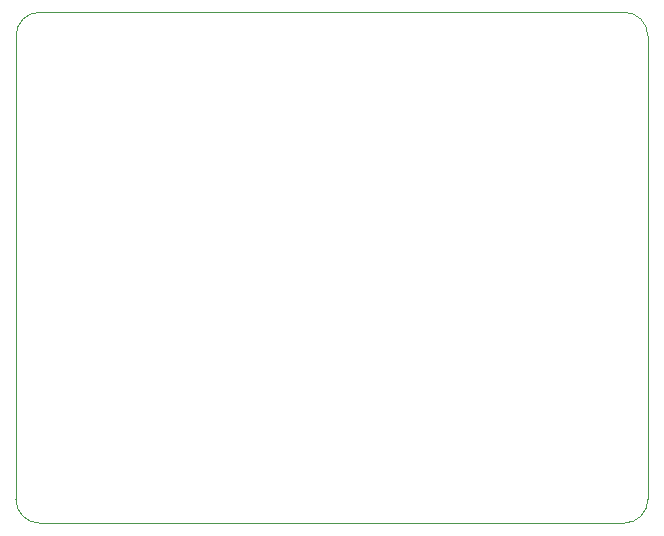
<source format=gbr>
%TF.GenerationSoftware,Altium Limited,Altium Designer,24.5.2 (23)*%
G04 Layer_Color=0*
%FSLAX45Y45*%
%MOMM*%
%TF.SameCoordinates,2BA89E6E-902A-415B-B0B5-23ADD7A02043*%
%TF.FilePolarity,Positive*%
%TF.FileFunction,Profile,NP*%
%TF.Part,Single*%
G01*
G75*
%TA.AperFunction,Profile*%
%ADD65C,0.02540*%
D65*
X6875000Y7050000D02*
Y10975000D01*
D02*
G02*
X7075000Y11175000I200000J0D01*
G01*
X12025000D01*
D02*
G02*
X12225000Y10975000I0J-200000D01*
G01*
Y7050000D01*
D02*
G02*
X12025000Y6850000I-200000J0D01*
G01*
X7075000D01*
D02*
G02*
X6875000Y7050000I0J200000D01*
G01*
%TF.MD5,7466ff20f594235aee80dac436c0fe0d*%
M02*

</source>
